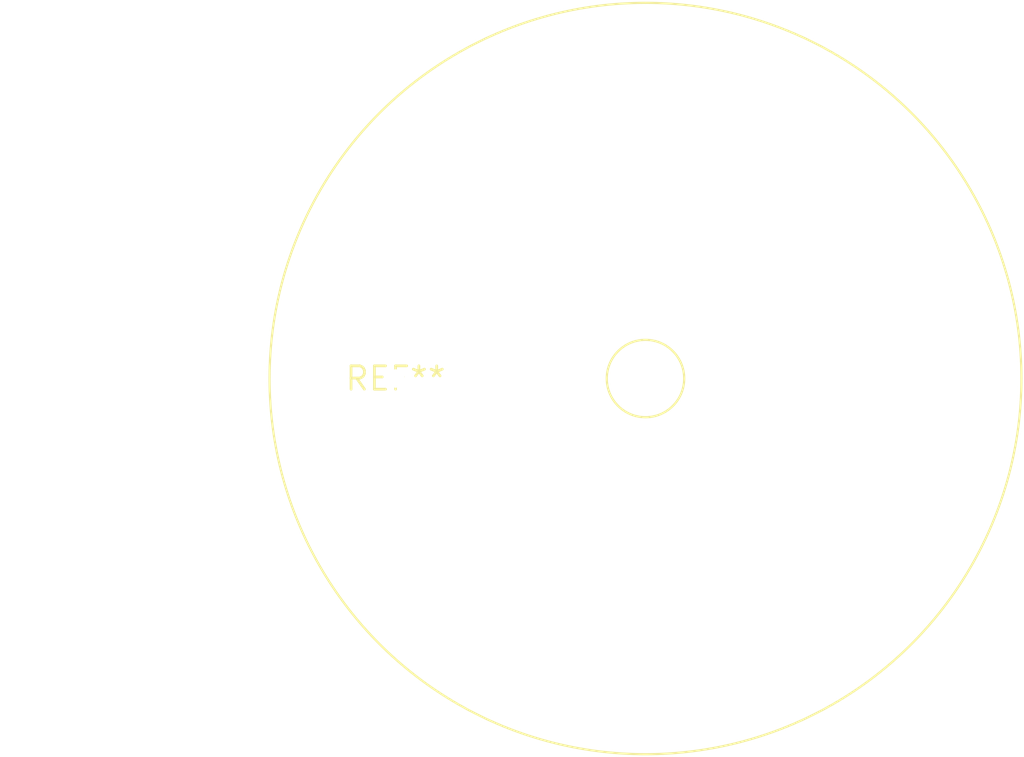
<source format=kicad_pcb>
(kicad_pcb (version 20240108) (generator pcbnew)
  (layers (0 "F.Cu" signal) (31 "B.Cu" signal) (34 "B.Paste" user) (35 "F.Paste" user) (36 "B.SilkS" user "B.Silkscreen") (37 "F.SilkS" user "F.Silkscreen") (38 "B.Mask" user) (39 "F.Mask" user) (44 "Edge.Cuts" user))
  (net 0 "")
  (footprint "L_Radial_D40.6mm_P27.18mm_Vishay_IHB-4" (layer "F.Cu") (at 0 0)
    (property "Reference" "REF**")
    (property "Value" "L_Radial_D40.6mm_P27.18mm_Vishay_IHB-4")
    (fp_circle (center 13.59 0) (end 15.695 0) (layer "F.SilkS") (stroke (width 0.12)) (fill none))
    (fp_circle (center 13.59 0) (end 34.03 0) (layer "F.SilkS") (stroke (width 0.12)) (fill none))
    (pad "1" thru_hole circle (at 0 0) (size 2 2) (drill 1) (layers *.Cu *.Mask) (remove_unused_layers))
    (pad "2" thru_hole circle (at 27.18 0) (size 2 2) (drill 1) (layers *.Cu *.Mask) (remove_unused_layers))
  )
)
</source>
